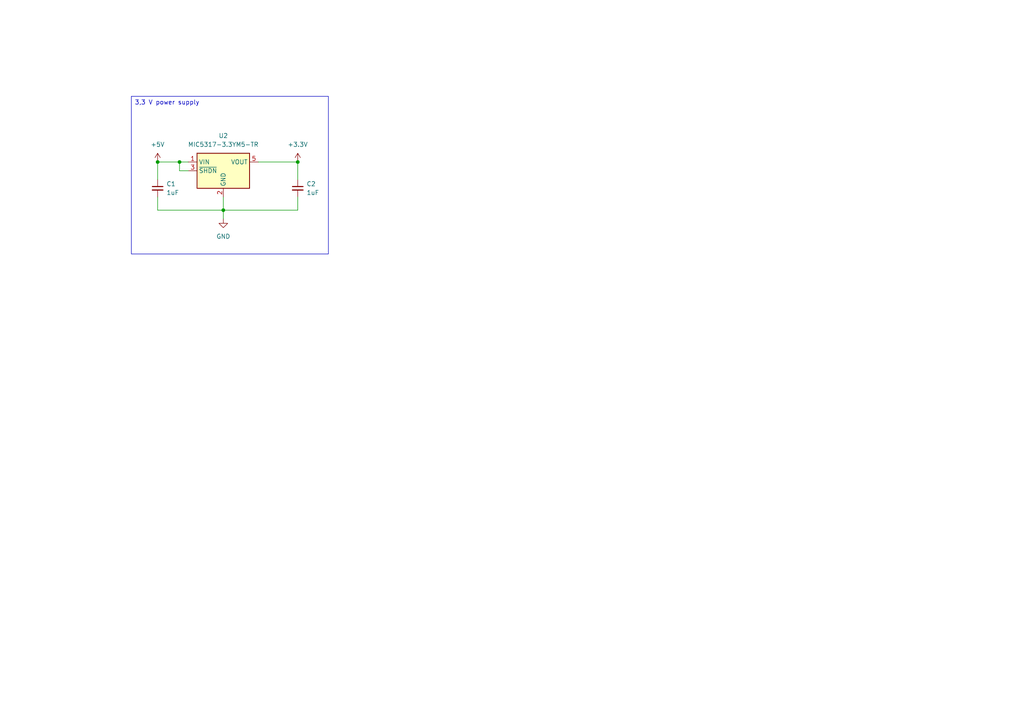
<source format=kicad_sch>
(kicad_sch
	(version 20250114)
	(generator "eeschema")
	(generator_version "9.0")
	(uuid "9f4d3b86-f18f-47a3-b1e9-2cc5620195e7")
	(paper "A4")
	(lib_symbols
		(symbol "Device:C_Small"
			(pin_numbers
				(hide yes)
			)
			(pin_names
				(offset 0.254)
				(hide yes)
			)
			(exclude_from_sim no)
			(in_bom yes)
			(on_board yes)
			(property "Reference" "C"
				(at 0.254 1.778 0)
				(effects
					(font
						(size 1.27 1.27)
					)
					(justify left)
				)
			)
			(property "Value" "C_Small"
				(at 0.254 -2.032 0)
				(effects
					(font
						(size 1.27 1.27)
					)
					(justify left)
				)
			)
			(property "Footprint" ""
				(at 0 0 0)
				(effects
					(font
						(size 1.27 1.27)
					)
					(hide yes)
				)
			)
			(property "Datasheet" "~"
				(at 0 0 0)
				(effects
					(font
						(size 1.27 1.27)
					)
					(hide yes)
				)
			)
			(property "Description" "Unpolarized capacitor, small symbol"
				(at 0 0 0)
				(effects
					(font
						(size 1.27 1.27)
					)
					(hide yes)
				)
			)
			(property "ki_keywords" "capacitor cap"
				(at 0 0 0)
				(effects
					(font
						(size 1.27 1.27)
					)
					(hide yes)
				)
			)
			(property "ki_fp_filters" "C_*"
				(at 0 0 0)
				(effects
					(font
						(size 1.27 1.27)
					)
					(hide yes)
				)
			)
			(symbol "C_Small_0_1"
				(polyline
					(pts
						(xy -1.524 0.508) (xy 1.524 0.508)
					)
					(stroke
						(width 0.3048)
						(type default)
					)
					(fill
						(type none)
					)
				)
				(polyline
					(pts
						(xy -1.524 -0.508) (xy 1.524 -0.508)
					)
					(stroke
						(width 0.3302)
						(type default)
					)
					(fill
						(type none)
					)
				)
			)
			(symbol "C_Small_1_1"
				(pin passive line
					(at 0 2.54 270)
					(length 2.032)
					(name "~"
						(effects
							(font
								(size 1.27 1.27)
							)
						)
					)
					(number "1"
						(effects
							(font
								(size 1.27 1.27)
							)
						)
					)
				)
				(pin passive line
					(at 0 -2.54 90)
					(length 2.032)
					(name "~"
						(effects
							(font
								(size 1.27 1.27)
							)
						)
					)
					(number "2"
						(effects
							(font
								(size 1.27 1.27)
							)
						)
					)
				)
			)
			(embedded_fonts no)
		)
		(symbol "Regulator_Linear:MCP1802x-xx02xOT"
			(exclude_from_sim no)
			(in_bom yes)
			(on_board yes)
			(property "Reference" "U"
				(at -6.35 6.35 0)
				(effects
					(font
						(size 1.27 1.27)
					)
					(justify left)
				)
			)
			(property "Value" "MCP1802x-xx02xOT"
				(at 0 6.35 0)
				(effects
					(font
						(size 1.27 1.27)
					)
					(justify left)
				)
			)
			(property "Footprint" "Package_TO_SOT_SMD:SOT-23-5"
				(at -6.35 8.89 0)
				(effects
					(font
						(size 1.27 1.27)
						(italic yes)
					)
					(justify left)
					(hide yes)
				)
			)
			(property "Datasheet" "http://ww1.microchip.com/downloads/en/DeviceDoc/22053C.pdf"
				(at 0 -2.54 0)
				(effects
					(font
						(size 1.27 1.27)
					)
					(hide yes)
				)
			)
			(property "Description" "150mA, Tiny CMOS LDO With Shutdown, Fixed Voltage, SOT-23-5"
				(at 0 0 0)
				(effects
					(font
						(size 1.27 1.27)
					)
					(hide yes)
				)
			)
			(property "ki_keywords" "LDO Linear Voltage Regulator"
				(at 0 0 0)
				(effects
					(font
						(size 1.27 1.27)
					)
					(hide yes)
				)
			)
			(property "ki_fp_filters" "SOT?23*"
				(at 0 0 0)
				(effects
					(font
						(size 1.27 1.27)
					)
					(hide yes)
				)
			)
			(symbol "MCP1802x-xx02xOT_0_1"
				(rectangle
					(start -7.62 5.08)
					(end 7.62 -5.08)
					(stroke
						(width 0.254)
						(type default)
					)
					(fill
						(type background)
					)
				)
			)
			(symbol "MCP1802x-xx02xOT_1_1"
				(pin power_in line
					(at -10.16 2.54 0)
					(length 2.54)
					(name "VIN"
						(effects
							(font
								(size 1.27 1.27)
							)
						)
					)
					(number "1"
						(effects
							(font
								(size 1.27 1.27)
							)
						)
					)
				)
				(pin input line
					(at -10.16 0 0)
					(length 2.54)
					(name "~{SHDN}"
						(effects
							(font
								(size 1.27 1.27)
							)
						)
					)
					(number "3"
						(effects
							(font
								(size 1.27 1.27)
							)
						)
					)
				)
				(pin power_in line
					(at 0 -7.62 90)
					(length 2.54)
					(name "GND"
						(effects
							(font
								(size 1.27 1.27)
							)
						)
					)
					(number "2"
						(effects
							(font
								(size 1.27 1.27)
							)
						)
					)
				)
				(pin no_connect line
					(at 7.62 0 180)
					(length 2.54)
					(hide yes)
					(name "NC"
						(effects
							(font
								(size 1.27 1.27)
							)
						)
					)
					(number "4"
						(effects
							(font
								(size 1.27 1.27)
							)
						)
					)
				)
				(pin power_out line
					(at 10.16 2.54 180)
					(length 2.54)
					(name "VOUT"
						(effects
							(font
								(size 1.27 1.27)
							)
						)
					)
					(number "5"
						(effects
							(font
								(size 1.27 1.27)
							)
						)
					)
				)
			)
			(embedded_fonts no)
		)
		(symbol "power:+3.3V"
			(power)
			(pin_numbers
				(hide yes)
			)
			(pin_names
				(offset 0)
				(hide yes)
			)
			(exclude_from_sim no)
			(in_bom yes)
			(on_board yes)
			(property "Reference" "#PWR"
				(at 0 -3.81 0)
				(effects
					(font
						(size 1.27 1.27)
					)
					(hide yes)
				)
			)
			(property "Value" "+3.3V"
				(at 0 3.556 0)
				(effects
					(font
						(size 1.27 1.27)
					)
				)
			)
			(property "Footprint" ""
				(at 0 0 0)
				(effects
					(font
						(size 1.27 1.27)
					)
					(hide yes)
				)
			)
			(property "Datasheet" ""
				(at 0 0 0)
				(effects
					(font
						(size 1.27 1.27)
					)
					(hide yes)
				)
			)
			(property "Description" "Power symbol creates a global label with name \"+3.3V\""
				(at 0 0 0)
				(effects
					(font
						(size 1.27 1.27)
					)
					(hide yes)
				)
			)
			(property "ki_keywords" "global power"
				(at 0 0 0)
				(effects
					(font
						(size 1.27 1.27)
					)
					(hide yes)
				)
			)
			(symbol "+3.3V_0_1"
				(polyline
					(pts
						(xy -0.762 1.27) (xy 0 2.54)
					)
					(stroke
						(width 0)
						(type default)
					)
					(fill
						(type none)
					)
				)
				(polyline
					(pts
						(xy 0 2.54) (xy 0.762 1.27)
					)
					(stroke
						(width 0)
						(type default)
					)
					(fill
						(type none)
					)
				)
				(polyline
					(pts
						(xy 0 0) (xy 0 2.54)
					)
					(stroke
						(width 0)
						(type default)
					)
					(fill
						(type none)
					)
				)
			)
			(symbol "+3.3V_1_1"
				(pin power_in line
					(at 0 0 90)
					(length 0)
					(name "~"
						(effects
							(font
								(size 1.27 1.27)
							)
						)
					)
					(number "1"
						(effects
							(font
								(size 1.27 1.27)
							)
						)
					)
				)
			)
			(embedded_fonts no)
		)
		(symbol "power:+5V"
			(power)
			(pin_numbers
				(hide yes)
			)
			(pin_names
				(offset 0)
				(hide yes)
			)
			(exclude_from_sim no)
			(in_bom yes)
			(on_board yes)
			(property "Reference" "#PWR"
				(at 0 -3.81 0)
				(effects
					(font
						(size 1.27 1.27)
					)
					(hide yes)
				)
			)
			(property "Value" "+5V"
				(at 0 3.556 0)
				(effects
					(font
						(size 1.27 1.27)
					)
				)
			)
			(property "Footprint" ""
				(at 0 0 0)
				(effects
					(font
						(size 1.27 1.27)
					)
					(hide yes)
				)
			)
			(property "Datasheet" ""
				(at 0 0 0)
				(effects
					(font
						(size 1.27 1.27)
					)
					(hide yes)
				)
			)
			(property "Description" "Power symbol creates a global label with name \"+5V\""
				(at 0 0 0)
				(effects
					(font
						(size 1.27 1.27)
					)
					(hide yes)
				)
			)
			(property "ki_keywords" "global power"
				(at 0 0 0)
				(effects
					(font
						(size 1.27 1.27)
					)
					(hide yes)
				)
			)
			(symbol "+5V_0_1"
				(polyline
					(pts
						(xy -0.762 1.27) (xy 0 2.54)
					)
					(stroke
						(width 0)
						(type default)
					)
					(fill
						(type none)
					)
				)
				(polyline
					(pts
						(xy 0 2.54) (xy 0.762 1.27)
					)
					(stroke
						(width 0)
						(type default)
					)
					(fill
						(type none)
					)
				)
				(polyline
					(pts
						(xy 0 0) (xy 0 2.54)
					)
					(stroke
						(width 0)
						(type default)
					)
					(fill
						(type none)
					)
				)
			)
			(symbol "+5V_1_1"
				(pin power_in line
					(at 0 0 90)
					(length 0)
					(name "~"
						(effects
							(font
								(size 1.27 1.27)
							)
						)
					)
					(number "1"
						(effects
							(font
								(size 1.27 1.27)
							)
						)
					)
				)
			)
			(embedded_fonts no)
		)
		(symbol "power:GND"
			(power)
			(pin_numbers
				(hide yes)
			)
			(pin_names
				(offset 0)
				(hide yes)
			)
			(exclude_from_sim no)
			(in_bom yes)
			(on_board yes)
			(property "Reference" "#PWR"
				(at 0 -6.35 0)
				(effects
					(font
						(size 1.27 1.27)
					)
					(hide yes)
				)
			)
			(property "Value" "GND"
				(at 0 -3.81 0)
				(effects
					(font
						(size 1.27 1.27)
					)
				)
			)
			(property "Footprint" ""
				(at 0 0 0)
				(effects
					(font
						(size 1.27 1.27)
					)
					(hide yes)
				)
			)
			(property "Datasheet" ""
				(at 0 0 0)
				(effects
					(font
						(size 1.27 1.27)
					)
					(hide yes)
				)
			)
			(property "Description" "Power symbol creates a global label with name \"GND\" , ground"
				(at 0 0 0)
				(effects
					(font
						(size 1.27 1.27)
					)
					(hide yes)
				)
			)
			(property "ki_keywords" "global power"
				(at 0 0 0)
				(effects
					(font
						(size 1.27 1.27)
					)
					(hide yes)
				)
			)
			(symbol "GND_0_1"
				(polyline
					(pts
						(xy 0 0) (xy 0 -1.27) (xy 1.27 -1.27) (xy 0 -2.54) (xy -1.27 -1.27) (xy 0 -1.27)
					)
					(stroke
						(width 0)
						(type default)
					)
					(fill
						(type none)
					)
				)
			)
			(symbol "GND_1_1"
				(pin power_in line
					(at 0 0 270)
					(length 0)
					(name "~"
						(effects
							(font
								(size 1.27 1.27)
							)
						)
					)
					(number "1"
						(effects
							(font
								(size 1.27 1.27)
							)
						)
					)
				)
			)
			(embedded_fonts no)
		)
	)
	(text_box "3,3 V power supply"
		(exclude_from_sim no)
		(at 38.1 27.94 0)
		(size 57.15 45.72)
		(margins 0.9525 0.9525 0.9525 0.9525)
		(stroke
			(width 0)
			(type solid)
		)
		(fill
			(type none)
		)
		(effects
			(font
				(size 1.27 1.27)
			)
			(justify left top)
		)
		(uuid "00a26aed-7917-4802-8f6e-36ac319fdf75")
	)
	(junction
		(at 45.72 46.99)
		(diameter 0)
		(color 0 0 0 0)
		(uuid "1b6bcb0b-814d-4f5f-933b-b0bd1470f8c8")
	)
	(junction
		(at 86.36 46.99)
		(diameter 0)
		(color 0 0 0 0)
		(uuid "25755c20-7cf3-4646-9e53-43704ec64800")
	)
	(junction
		(at 64.77 60.96)
		(diameter 0)
		(color 0 0 0 0)
		(uuid "6f8d3073-6639-4ab7-96e2-f07ffb3364d7")
	)
	(junction
		(at 52.07 46.99)
		(diameter 0)
		(color 0 0 0 0)
		(uuid "d27df7ce-4d68-4dee-af4f-d504dfeab114")
	)
	(wire
		(pts
			(xy 86.36 46.99) (xy 86.36 52.07)
		)
		(stroke
			(width 0)
			(type default)
		)
		(uuid "185a5084-2240-41dc-96fc-03de5b7c4f0f")
	)
	(wire
		(pts
			(xy 52.07 46.99) (xy 45.72 46.99)
		)
		(stroke
			(width 0)
			(type default)
		)
		(uuid "290a3663-8f09-4f73-8cad-9954b90d4566")
	)
	(wire
		(pts
			(xy 74.93 46.99) (xy 86.36 46.99)
		)
		(stroke
			(width 0)
			(type default)
		)
		(uuid "34988cef-42fd-4bec-afc7-8a07ea257ca0")
	)
	(wire
		(pts
			(xy 45.72 57.15) (xy 45.72 60.96)
		)
		(stroke
			(width 0)
			(type default)
		)
		(uuid "3beaad0b-5c89-4c0b-a2bf-06bf4bd7e2ad")
	)
	(wire
		(pts
			(xy 45.72 46.99) (xy 45.72 52.07)
		)
		(stroke
			(width 0)
			(type default)
		)
		(uuid "54c29f9b-8eb6-4033-a8cf-36506eb2cc8e")
	)
	(wire
		(pts
			(xy 54.61 49.53) (xy 52.07 49.53)
		)
		(stroke
			(width 0)
			(type default)
		)
		(uuid "6232bb75-3211-43d8-9588-49b5601d2a71")
	)
	(wire
		(pts
			(xy 64.77 57.15) (xy 64.77 60.96)
		)
		(stroke
			(width 0)
			(type default)
		)
		(uuid "6a9ef537-b31f-4df9-a42d-495d68993657")
	)
	(wire
		(pts
			(xy 52.07 49.53) (xy 52.07 46.99)
		)
		(stroke
			(width 0)
			(type default)
		)
		(uuid "6e8a988c-39dc-4275-8798-63358c4d95f0")
	)
	(wire
		(pts
			(xy 45.72 60.96) (xy 64.77 60.96)
		)
		(stroke
			(width 0)
			(type default)
		)
		(uuid "757045a3-cf2b-4cf9-83dc-3efd26c7bd6e")
	)
	(wire
		(pts
			(xy 64.77 60.96) (xy 86.36 60.96)
		)
		(stroke
			(width 0)
			(type default)
		)
		(uuid "a261db39-80ae-4e17-b9e7-241ad9995359")
	)
	(wire
		(pts
			(xy 52.07 46.99) (xy 54.61 46.99)
		)
		(stroke
			(width 0)
			(type default)
		)
		(uuid "cd8b56bc-ec2b-46df-bf50-c009d7828b79")
	)
	(wire
		(pts
			(xy 86.36 57.15) (xy 86.36 60.96)
		)
		(stroke
			(width 0)
			(type default)
		)
		(uuid "def2a791-a3f5-4ee1-8e0a-d4400d1f30bd")
	)
	(wire
		(pts
			(xy 64.77 60.96) (xy 64.77 63.5)
		)
		(stroke
			(width 0)
			(type default)
		)
		(uuid "f02dd648-dc2a-4b02-a48a-268917c05762")
	)
	(symbol
		(lib_id "Device:C_Small")
		(at 86.36 54.61 0)
		(unit 1)
		(exclude_from_sim no)
		(in_bom yes)
		(on_board yes)
		(dnp no)
		(fields_autoplaced yes)
		(uuid "05fa9430-693a-4da2-b908-0d77365ec8b0")
		(property "Reference" "C2"
			(at 88.9 53.3462 0)
			(effects
				(font
					(size 1.27 1.27)
				)
				(justify left)
			)
		)
		(property "Value" "1uF"
			(at 88.9 55.8862 0)
			(effects
				(font
					(size 1.27 1.27)
				)
				(justify left)
			)
		)
		(property "Footprint" ""
			(at 86.36 54.61 0)
			(effects
				(font
					(size 1.27 1.27)
				)
				(hide yes)
			)
		)
		(property "Datasheet" "~"
			(at 86.36 54.61 0)
			(effects
				(font
					(size 1.27 1.27)
				)
				(hide yes)
			)
		)
		(property "Description" "Unpolarized capacitor, small symbol"
			(at 86.36 54.61 0)
			(effects
				(font
					(size 1.27 1.27)
				)
				(hide yes)
			)
		)
		(pin "1"
			(uuid "6f657627-241e-430f-b7db-f4e8fefc3061")
		)
		(pin "2"
			(uuid "310b4387-57ee-46a1-bdb2-92230e51e814")
		)
		(instances
			(project "PCB_robot_chat"
				(path "/3534a4da-1897-4a3c-809d-843e7f41fadb/c611b01c-9ffe-4f53-9c99-e5cdd60102f3"
					(reference "C2")
					(unit 1)
				)
			)
		)
	)
	(symbol
		(lib_id "Regulator_Linear:MCP1802x-xx02xOT")
		(at 64.77 49.53 0)
		(unit 1)
		(exclude_from_sim no)
		(in_bom yes)
		(on_board yes)
		(dnp no)
		(fields_autoplaced yes)
		(uuid "320462d6-2832-4860-a5c7-3a8bde6b100c")
		(property "Reference" "U2"
			(at 64.77 39.37 0)
			(effects
				(font
					(size 1.27 1.27)
				)
			)
		)
		(property "Value" "MIC5317-3.3YM5-TR"
			(at 64.77 41.91 0)
			(effects
				(font
					(size 1.27 1.27)
				)
			)
		)
		(property "Footprint" "Package_TO_SOT_SMD:SOT-23-5"
			(at 58.42 40.64 0)
			(effects
				(font
					(size 1.27 1.27)
					(italic yes)
				)
				(justify left)
				(hide yes)
			)
		)
		(property "Datasheet" "http://ww1.microchip.com/downloads/en/DeviceDoc/22053C.pdf"
			(at 64.77 52.07 0)
			(effects
				(font
					(size 1.27 1.27)
				)
				(hide yes)
			)
		)
		(property "Description" "150mA, Tiny CMOS LDO With Shutdown, Fixed Voltage, SOT-23-5"
			(at 64.77 49.53 0)
			(effects
				(font
					(size 1.27 1.27)
				)
				(hide yes)
			)
		)
		(pin "4"
			(uuid "72e3cf48-384c-4bca-b603-8b7461441294")
		)
		(pin "1"
			(uuid "5fc87d87-ac5b-48d8-aaf1-25662958ad19")
		)
		(pin "3"
			(uuid "f525f770-1a30-46d0-89d8-3b9853acf7ce")
		)
		(pin "2"
			(uuid "c1d70332-ef7a-4cfb-927b-e4a85f87b671")
		)
		(pin "5"
			(uuid "c4764e7f-bcf7-440d-a355-5f402b5fccfd")
		)
		(instances
			(project "PCB_robot_chat"
				(path "/3534a4da-1897-4a3c-809d-843e7f41fadb/c611b01c-9ffe-4f53-9c99-e5cdd60102f3"
					(reference "U2")
					(unit 1)
				)
			)
		)
	)
	(symbol
		(lib_id "power:GND")
		(at 64.77 63.5 0)
		(unit 1)
		(exclude_from_sim no)
		(in_bom yes)
		(on_board yes)
		(dnp no)
		(fields_autoplaced yes)
		(uuid "48ae47c8-ed09-4708-89f9-0aa2e11cab34")
		(property "Reference" "#PWR01"
			(at 64.77 69.85 0)
			(effects
				(font
					(size 1.27 1.27)
				)
				(hide yes)
			)
		)
		(property "Value" "GND"
			(at 64.77 68.58 0)
			(effects
				(font
					(size 1.27 1.27)
				)
			)
		)
		(property "Footprint" ""
			(at 64.77 63.5 0)
			(effects
				(font
					(size 1.27 1.27)
				)
				(hide yes)
			)
		)
		(property "Datasheet" ""
			(at 64.77 63.5 0)
			(effects
				(font
					(size 1.27 1.27)
				)
				(hide yes)
			)
		)
		(property "Description" "Power symbol creates a global label with name \"GND\" , ground"
			(at 64.77 63.5 0)
			(effects
				(font
					(size 1.27 1.27)
				)
				(hide yes)
			)
		)
		(pin "1"
			(uuid "0fd93071-c542-49f9-92cf-5e907b5d27b3")
		)
		(instances
			(project "PCB_robot_chat"
				(path "/3534a4da-1897-4a3c-809d-843e7f41fadb/c611b01c-9ffe-4f53-9c99-e5cdd60102f3"
					(reference "#PWR01")
					(unit 1)
				)
			)
		)
	)
	(symbol
		(lib_id "power:+5V")
		(at 45.72 46.99 0)
		(unit 1)
		(exclude_from_sim no)
		(in_bom yes)
		(on_board yes)
		(dnp no)
		(fields_autoplaced yes)
		(uuid "70967bae-72d9-4145-adcb-52071257bfe9")
		(property "Reference" "#PWR02"
			(at 45.72 50.8 0)
			(effects
				(font
					(size 1.27 1.27)
				)
				(hide yes)
			)
		)
		(property "Value" "+5V"
			(at 45.72 41.91 0)
			(effects
				(font
					(size 1.27 1.27)
				)
			)
		)
		(property "Footprint" ""
			(at 45.72 46.99 0)
			(effects
				(font
					(size 1.27 1.27)
				)
				(hide yes)
			)
		)
		(property "Datasheet" ""
			(at 45.72 46.99 0)
			(effects
				(font
					(size 1.27 1.27)
				)
				(hide yes)
			)
		)
		(property "Description" "Power symbol creates a global label with name \"+5V\""
			(at 45.72 46.99 0)
			(effects
				(font
					(size 1.27 1.27)
				)
				(hide yes)
			)
		)
		(pin "1"
			(uuid "3ad8f19c-3f47-46ec-b7d7-5e637fdcb575")
		)
		(instances
			(project "PCB_robot_chat"
				(path "/3534a4da-1897-4a3c-809d-843e7f41fadb/c611b01c-9ffe-4f53-9c99-e5cdd60102f3"
					(reference "#PWR02")
					(unit 1)
				)
			)
		)
	)
	(symbol
		(lib_id "power:+3.3V")
		(at 86.36 46.99 0)
		(unit 1)
		(exclude_from_sim no)
		(in_bom yes)
		(on_board yes)
		(dnp no)
		(fields_autoplaced yes)
		(uuid "90c1d8c8-1753-4735-bf59-d5f7269833bc")
		(property "Reference" "#PWR03"
			(at 86.36 50.8 0)
			(effects
				(font
					(size 1.27 1.27)
				)
				(hide yes)
			)
		)
		(property "Value" "+3.3V"
			(at 86.36 41.91 0)
			(effects
				(font
					(size 1.27 1.27)
				)
			)
		)
		(property "Footprint" ""
			(at 86.36 46.99 0)
			(effects
				(font
					(size 1.27 1.27)
				)
				(hide yes)
			)
		)
		(property "Datasheet" ""
			(at 86.36 46.99 0)
			(effects
				(font
					(size 1.27 1.27)
				)
				(hide yes)
			)
		)
		(property "Description" "Power symbol creates a global label with name \"+3.3V\""
			(at 86.36 46.99 0)
			(effects
				(font
					(size 1.27 1.27)
				)
				(hide yes)
			)
		)
		(pin "1"
			(uuid "e6f61729-9e0a-4bcf-a1b3-da08fc931863")
		)
		(instances
			(project "PCB_robot_chat"
				(path "/3534a4da-1897-4a3c-809d-843e7f41fadb/c611b01c-9ffe-4f53-9c99-e5cdd60102f3"
					(reference "#PWR03")
					(unit 1)
				)
			)
		)
	)
	(symbol
		(lib_id "Device:C_Small")
		(at 45.72 54.61 0)
		(unit 1)
		(exclude_from_sim no)
		(in_bom yes)
		(on_board yes)
		(dnp no)
		(fields_autoplaced yes)
		(uuid "e386c4b2-3c92-48a5-bced-ef93dbc25746")
		(property "Reference" "C1"
			(at 48.26 53.3462 0)
			(effects
				(font
					(size 1.27 1.27)
				)
				(justify left)
			)
		)
		(property "Value" "1uF"
			(at 48.26 55.8862 0)
			(effects
				(font
					(size 1.27 1.27)
				)
				(justify left)
			)
		)
		(property "Footprint" ""
			(at 45.72 54.61 0)
			(effects
				(font
					(size 1.27 1.27)
				)
				(hide yes)
			)
		)
		(property "Datasheet" "~"
			(at 45.72 54.61 0)
			(effects
				(font
					(size 1.27 1.27)
				)
				(hide yes)
			)
		)
		(property "Description" "Unpolarized capacitor, small symbol"
			(at 45.72 54.61 0)
			(effects
				(font
					(size 1.27 1.27)
				)
				(hide yes)
			)
		)
		(pin "1"
			(uuid "21a2b24d-7e4b-4207-aa16-3899ed58d761")
		)
		(pin "2"
			(uuid "24de2929-7768-436e-9000-99bad4369496")
		)
		(instances
			(project "PCB_robot_chat"
				(path "/3534a4da-1897-4a3c-809d-843e7f41fadb/c611b01c-9ffe-4f53-9c99-e5cdd60102f3"
					(reference "C1")
					(unit 1)
				)
			)
		)
	)
)

</source>
